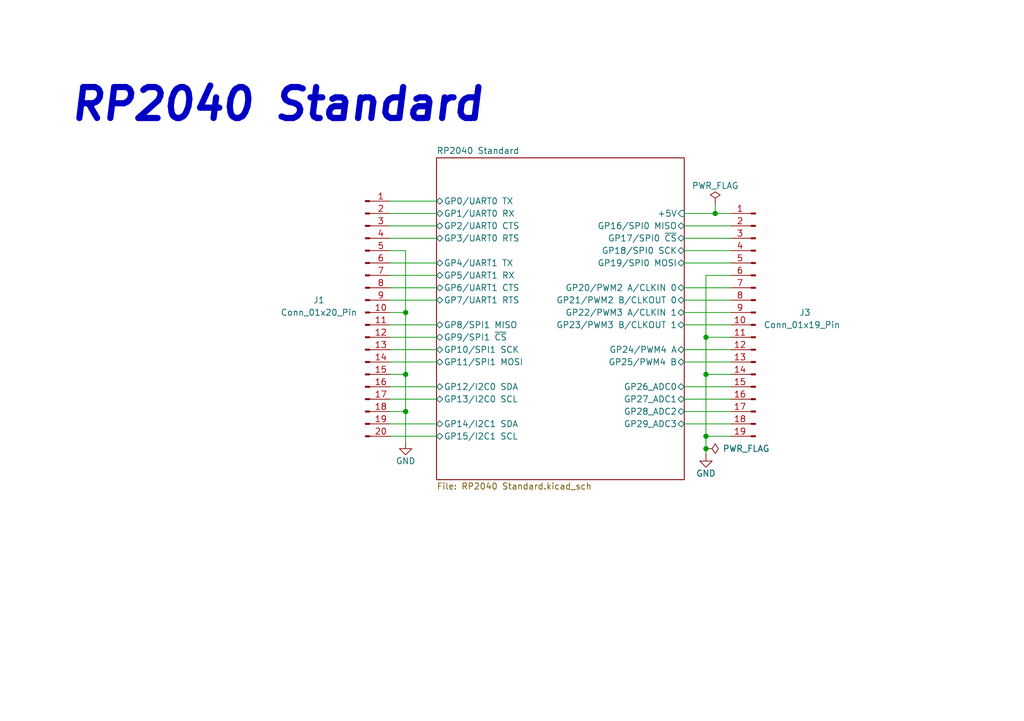
<source format=kicad_sch>
(kicad_sch (version 20231120) (generator "eeschema") (generator_version "8.0")
  (paper "A5")
  (title_block (title "RP2040 Standard Design") (date "2024-12-29") (rev "V2") (company "Porto Space Team") (comment 1 "Miguel Amorim"))
  (lib_symbols
    (symbol "Connector:Conn_01x19_Pin" (pin_names (offset 1.016) hide)
      (property "Reference" "J" (at 0 25.4 0))
      (property "Value" "Conn_01x19_Pin" (at 0 -25.4 0))
      (symbol "Conn_01x19_Pin_1_1"
        (polyline (pts (xy 1.27 -22.86) (xy 0.8636 -22.86)) (stroke (width 0.1524)))
        (polyline (pts (xy 1.27 -20.32) (xy 0.8636 -20.32)) (stroke (width 0.1524)))
        (polyline (pts (xy 1.27 -17.78) (xy 0.8636 -17.78)) (stroke (width 0.1524)))
        (polyline (pts (xy 1.27 -15.24) (xy 0.8636 -15.24)) (stroke (width 0.1524)))
        (polyline (pts (xy 1.27 -12.7) (xy 0.8636 -12.7)) (stroke (width 0.1524)))
        (polyline (pts (xy 1.27 -10.16) (xy 0.8636 -10.16)) (stroke (width 0.1524)))
        (polyline (pts (xy 1.27 -7.62) (xy 0.8636 -7.62)) (stroke (width 0.1524)))
        (polyline (pts (xy 1.27 -5.08) (xy 0.8636 -5.08)) (stroke (width 0.1524)))
        (polyline (pts (xy 1.27 -2.54) (xy 0.8636 -2.54)) (stroke (width 0.1524)))
        (polyline (pts (xy 1.27 0) (xy 0.8636 0)) (stroke (width 0.1524)))
        (polyline (pts (xy 1.27 2.54) (xy 0.8636 2.54)) (stroke (width 0.1524)))
        (polyline (pts (xy 1.27 5.08) (xy 0.8636 5.08)) (stroke (width 0.1524)))
        (polyline (pts (xy 1.27 7.62) (xy 0.8636 7.62)) (stroke (width 0.1524)))
        (polyline (pts (xy 1.27 10.16) (xy 0.8636 10.16)) (stroke (width 0.1524)))
        (polyline (pts (xy 1.27 12.7) (xy 0.8636 12.7)) (stroke (width 0.1524)))
        (polyline (pts (xy 1.27 15.24) (xy 0.8636 15.24)) (stroke (width 0.1524)))
        (polyline (pts (xy 1.27 17.78) (xy 0.8636 17.78)) (stroke (width 0.1524)))
        (polyline (pts (xy 1.27 20.32) (xy 0.8636 20.32)) (stroke (width 0.1524)))
        (polyline (pts (xy 1.27 22.86) (xy 0.8636 22.86)) (stroke (width 0.1524)))
        (rectangle (start 0.8636 -22.733) (end 0 -22.987) (stroke (width 0.1524)) (fill (type outline)))
        (rectangle (start 0.8636 -20.193) (end 0 -20.447) (stroke (width 0.1524)) (fill (type outline)))
        (rectangle (start 0.8636 -17.653) (end 0 -17.907) (stroke (width 0.1524)) (fill (type outline)))
        (rectangle (start 0.8636 -15.113) (end 0 -15.367) (stroke (width 0.1524)) (fill (type outline)))
        (rectangle (start 0.8636 -12.573) (end 0 -12.827) (stroke (width 0.1524)) (fill (type outline)))
        (rectangle (start 0.8636 -10.033) (end 0 -10.287) (stroke (width 0.1524)) (fill (type outline)))
        (rectangle (start 0.8636 -7.493) (end 0 -7.747) (stroke (width 0.1524)) (fill (type outline)))
        (rectangle (start 0.8636 -4.953) (end 0 -5.207) (stroke (width 0.1524)) (fill (type outline)))
        (rectangle (start 0.8636 -2.413) (end 0 -2.667) (stroke (width 0.1524)) (fill (type outline)))
        (rectangle (start 0.8636 0.127) (end 0 -0.127) (stroke (width 0.1524)) (fill (type outline)))
        (rectangle (start 0.8636 2.667) (end 0 2.413) (stroke (width 0.1524)) (fill (type outline)))
        (rectangle (start 0.8636 5.207) (end 0 4.953) (stroke (width 0.1524)) (fill (type outline)))
        (rectangle (start 0.8636 7.747) (end 0 7.493) (stroke (width 0.1524)) (fill (type outline)))
        (rectangle (start 0.8636 10.287) (end 0 10.033) (stroke (width 0.1524)) (fill (type outline)))
        (rectangle (start 0.8636 12.827) (end 0 12.573) (stroke (width 0.1524)) (fill (type outline)))
        (rectangle (start 0.8636 15.367) (end 0 15.113) (stroke (width 0.1524)) (fill (type outline)))
        (rectangle (start 0.8636 17.907) (end 0 17.653) (stroke (width 0.1524)) (fill (type outline)))
        (rectangle (start 0.8636 20.447) (end 0 20.193) (stroke (width 0.1524)) (fill (type outline)))
        (rectangle (start 0.8636 22.987) (end 0 22.733) (stroke (width 0.1524)) (fill (type outline)))
        (pin passive line (at 5.08 22.86 180) (length 3.81) (name "Pin_1") (number "1"))
        (pin passive line (at 5.08 0 180) (length 3.81) (name "Pin_10") (number "10"))
        (pin passive line (at 5.08 -2.54 180) (length 3.81) (name "Pin_11") (number "11"))
        (pin passive line (at 5.08 -5.08 180) (length 3.81) (name "Pin_12") (number "12"))
        (pin passive line (at 5.08 -7.62 180) (length 3.81) (name "Pin_13") (number "13"))
        (pin passive line (at 5.08 -10.16 180) (length 3.81) (name "Pin_14") (number "14"))
        (pin passive line (at 5.08 -12.7 180) (length 3.81) (name "Pin_15") (number "15"))
        (pin passive line (at 5.08 -15.24 180) (length 3.81) (name "Pin_16") (number "16"))
        (pin passive line (at 5.08 -17.78 180) (length 3.81) (name "Pin_17") (number "17"))
        (pin passive line (at 5.08 -20.32 180) (length 3.81) (name "Pin_18") (number "18"))
        (pin passive line (at 5.08 -22.86 180) (length 3.81) (name "Pin_19") (number "19"))
        (pin passive line (at 5.08 20.32 180) (length 3.81) (name "Pin_2") (number "2"))
        (pin passive line (at 5.08 17.78 180) (length 3.81) (name "Pin_3") (number "3"))
        (pin passive line (at 5.08 15.24 180) (length 3.81) (name "Pin_4") (number "4"))
        (pin passive line (at 5.08 12.7 180) (length 3.81) (name "Pin_5") (number "5"))
        (pin passive line (at 5.08 10.16 180) (length 3.81) (name "Pin_6") (number "6"))
        (pin passive line (at 5.08 7.62 180) (length 3.81) (name "Pin_7") (number "7"))
        (pin passive line (at 5.08 5.08 180) (length 3.81) (name "Pin_8") (number "8"))
        (pin passive line (at 5.08 2.54 180) (length 3.81) (name "Pin_9") (number "9"))
      )
    )
    (symbol "Connector:Conn_01x20_Pin" (pin_names (offset 1.016) hide)
      (property "Reference" "J" (at 0 25.4 0))
      (property "Value" "Conn_01x20_Pin" (at 0 -27.94 0))
      (symbol "Conn_01x20_Pin_1_1"
        (polyline (pts (xy 1.27 -25.4) (xy 0.8636 -25.4)) (stroke (width 0.1524)))
        (polyline (pts (xy 1.27 -22.86) (xy 0.8636 -22.86)) (stroke (width 0.1524)))
        (polyline (pts (xy 1.27 -20.32) (xy 0.8636 -20.32)) (stroke (width 0.1524)))
        (polyline (pts (xy 1.27 -17.78) (xy 0.8636 -17.78)) (stroke (width 0.1524)))
        (polyline (pts (xy 1.27 -15.24) (xy 0.8636 -15.24)) (stroke (width 0.1524)))
        (polyline (pts (xy 1.27 -12.7) (xy 0.8636 -12.7)) (stroke (width 0.1524)))
        (polyline (pts (xy 1.27 -10.16) (xy 0.8636 -10.16)) (stroke (width 0.1524)))
        (polyline (pts (xy 1.27 -7.62) (xy 0.8636 -7.62)) (stroke (width 0.1524)))
        (polyline (pts (xy 1.27 -5.08) (xy 0.8636 -5.08)) (stroke (width 0.1524)))
        (polyline (pts (xy 1.27 -2.54) (xy 0.8636 -2.54)) (stroke (width 0.1524)))
        (polyline (pts (xy 1.27 0) (xy 0.8636 0)) (stroke (width 0.1524)))
        (polyline (pts (xy 1.27 2.54) (xy 0.8636 2.54)) (stroke (width 0.1524)))
        (polyline (pts (xy 1.27 5.08) (xy 0.8636 5.08)) (stroke (width 0.1524)))
        (polyline (pts (xy 1.27 7.62) (xy 0.8636 7.62)) (stroke (width 0.1524)))
        (polyline (pts (xy 1.27 10.16) (xy 0.8636 10.16)) (stroke (width 0.1524)))
        (polyline (pts (xy 1.27 12.7) (xy 0.8636 12.7)) (stroke (width 0.1524)))
        (polyline (pts (xy 1.27 15.24) (xy 0.8636 15.24)) (stroke (width 0.1524)))
        (polyline (pts (xy 1.27 17.78) (xy 0.8636 17.78)) (stroke (width 0.1524)))
        (polyline (pts (xy 1.27 20.32) (xy 0.8636 20.32)) (stroke (width 0.1524)))
        (polyline (pts (xy 1.27 22.86) (xy 0.8636 22.86)) (stroke (width 0.1524)))
        (rectangle (start 0.8636 -25.273) (end 0 -25.527) (stroke (width 0.1524)) (fill (type outline)))
        (rectangle (start 0.8636 -22.733) (end 0 -22.987) (stroke (width 0.1524)) (fill (type outline)))
        (rectangle (start 0.8636 -20.193) (end 0 -20.447) (stroke (width 0.1524)) (fill (type outline)))
        (rectangle (start 0.8636 -17.653) (end 0 -17.907) (stroke (width 0.1524)) (fill (type outline)))
        (rectangle (start 0.8636 -15.113) (end 0 -15.367) (stroke (width 0.1524)) (fill (type outline)))
        (rectangle (start 0.8636 -12.573) (end 0 -12.827) (stroke (width 0.1524)) (fill (type outline)))
        (rectangle (start 0.8636 -10.033) (end 0 -10.287) (stroke (width 0.1524)) (fill (type outline)))
        (rectangle (start 0.8636 -7.493) (end 0 -7.747) (stroke (width 0.1524)) (fill (type outline)))
        (rectangle (start 0.8636 -4.953) (end 0 -5.207) (stroke (width 0.1524)) (fill (type outline)))
        (rectangle (start 0.8636 -2.413) (end 0 -2.667) (stroke (width 0.1524)) (fill (type outline)))
        (rectangle (start 0.8636 0.127) (end 0 -0.127) (stroke (width 0.1524)) (fill (type outline)))
        (rectangle (start 0.8636 2.667) (end 0 2.413) (stroke (width 0.1524)) (fill (type outline)))
        (rectangle (start 0.8636 5.207) (end 0 4.953) (stroke (width 0.1524)) (fill (type outline)))
        (rectangle (start 0.8636 7.747) (end 0 7.493) (stroke (width 0.1524)) (fill (type outline)))
        (rectangle (start 0.8636 10.287) (end 0 10.033) (stroke (width 0.1524)) (fill (type outline)))
        (rectangle (start 0.8636 12.827) (end 0 12.573) (stroke (width 0.1524)) (fill (type outline)))
        (rectangle (start 0.8636 15.367) (end 0 15.113) (stroke (width 0.1524)) (fill (type outline)))
        (rectangle (start 0.8636 17.907) (end 0 17.653) (stroke (width 0.1524)) (fill (type outline)))
        (rectangle (start 0.8636 20.447) (end 0 20.193) (stroke (width 0.1524)) (fill (type outline)))
        (rectangle (start 0.8636 22.987) (end 0 22.733) (stroke (width 0.1524)) (fill (type outline)))
        (pin passive line (at 5.08 22.86 180) (length 3.81) (name "Pin_1") (number "1"))
        (pin passive line (at 5.08 0 180) (length 3.81) (name "Pin_10") (number "10"))
        (pin passive line (at 5.08 -2.54 180) (length 3.81) (name "Pin_11") (number "11"))
        (pin passive line (at 5.08 -5.08 180) (length 3.81) (name "Pin_12") (number "12"))
        (pin passive line (at 5.08 -7.62 180) (length 3.81) (name "Pin_13") (number "13"))
        (pin passive line (at 5.08 -10.16 180) (length 3.81) (name "Pin_14") (number "14"))
        (pin passive line (at 5.08 -12.7 180) (length 3.81) (name "Pin_15") (number "15"))
        (pin passive line (at 5.08 -15.24 180) (length 3.81) (name "Pin_16") (number "16"))
        (pin passive line (at 5.08 -17.78 180) (length 3.81) (name "Pin_17") (number "17"))
        (pin passive line (at 5.08 -20.32 180) (length 3.81) (name "Pin_18") (number "18"))
        (pin passive line (at 5.08 -22.86 180) (length 3.81) (name "Pin_19") (number "19"))
        (pin passive line (at 5.08 20.32 180) (length 3.81) (name "Pin_2") (number "2"))
        (pin passive line (at 5.08 -25.4 180) (length 3.81) (name "Pin_20") (number "20"))
        (pin passive line (at 5.08 17.78 180) (length 3.81) (name "Pin_3") (number "3"))
        (pin passive line (at 5.08 15.24 180) (length 3.81) (name "Pin_4") (number "4"))
        (pin passive line (at 5.08 12.7 180) (length 3.81) (name "Pin_5") (number "5"))
        (pin passive line (at 5.08 10.16 180) (length 3.81) (name "Pin_6") (number "6"))
        (pin passive line (at 5.08 7.62 180) (length 3.81) (name "Pin_7") (number "7"))
        (pin passive line (at 5.08 5.08 180) (length 3.81) (name "Pin_8") (number "8"))
        (pin passive line (at 5.08 2.54 180) (length 3.81) (name "Pin_9") (number "9"))
      )
    )
    (symbol "power:GND" (power) (pin_numbers hide) (pin_names (offset 0) hide)
      (property "Value" "GND" (at 0 -3.81 0))
      (symbol "GND_0_1"
        (polyline (pts (xy 0 0) (xy 0 -1.27) (xy 1.27 -1.27) (xy 0 -2.54) (xy -1.27 -1.27) (xy 0 -1.27)))
      )
      (symbol "GND_1_1"
        (pin power_in line (at 0 0 270) (length 0) (name "~") (number "1"))
      )
    )
    (symbol "power:PWR_FLAG" (power) (pin_numbers hide) (pin_names (offset 0) hide)
      (property "Value" "PWR_FLAG" (at 0 3.81 0))
      (symbol "PWR_FLAG_0_0"
        (pin power_out line (at 0 0 90) (length 0) (name "~") (number "1"))
      )
      (symbol "PWR_FLAG_0_1"
        (polyline (pts (xy 0 0) (xy 0 1.27) (xy -1.016 1.905) (xy 0 2.54) (xy 1.016 1.905) (xy 0 1.27)))
      )
    )
  )
  (junction (at 144.78 89.535))
  (junction (at 144.78 92.075))
  (junction (at 144.78 69.215))
  (junction (at 83.185 84.455))
  (junction (at 144.78 76.835))
  (junction (at 83.185 64.135))
  (junction (at 83.185 76.835))
  (junction (at 146.685 43.815))
  (wire (pts (xy 80.01 43.815) (xy 89.535 43.815)))
  (wire (pts (xy 80.01 53.975) (xy 89.535 53.975)))
  (wire (pts (xy 80.01 61.595) (xy 89.535 61.595)))
  (wire (pts (xy 80.01 51.435) (xy 83.185 51.435)))
  (wire (pts (xy 140.335 84.455) (xy 149.86 84.455)))
  (wire (pts (xy 140.335 59.055) (xy 149.86 59.055)))
  (wire (pts (xy 144.78 76.835) (xy 149.86 76.835)))
  (wire (pts (xy 140.335 53.975) (xy 149.86 53.975)))
  (wire (pts (xy 144.78 69.215) (xy 144.78 76.835)))
  (wire (pts (xy 80.01 81.915) (xy 89.535 81.915)))
  (wire (pts (xy 80.01 56.515) (xy 89.535 56.515)))
  (wire (pts (xy 80.01 79.375) (xy 89.535 79.375)))
  (wire (pts (xy 83.185 64.135) (xy 83.185 76.835)))
  (wire (pts (xy 140.335 74.295) (xy 149.86 74.295)))
  (wire (pts (xy 80.01 86.995) (xy 89.535 86.995)))
  (wire (pts (xy 80.01 48.895) (xy 89.535 48.895)))
  (wire (pts (xy 146.685 43.815) (xy 149.86 43.815)))
  (wire (pts (xy 149.86 56.515) (xy 144.78 56.515)))
  (wire (pts (xy 140.335 81.915) (xy 149.86 81.915)))
  (wire (pts (xy 140.335 51.435) (xy 149.86 51.435)))
  (wire (pts (xy 80.01 74.295) (xy 89.535 74.295)))
  (wire (pts (xy 80.01 59.055) (xy 89.535 59.055)))
  (wire (pts (xy 144.78 56.515) (xy 144.78 69.215)))
  (wire (pts (xy 83.185 51.435) (xy 83.185 64.135)))
  (wire (pts (xy 80.01 71.755) (xy 89.535 71.755)))
  (wire (pts (xy 80.01 41.275) (xy 89.535 41.275)))
  (wire (pts (xy 140.335 43.815) (xy 146.685 43.815)))
  (wire (pts (xy 144.78 89.535) (xy 144.78 92.075)))
  (wire (pts (xy 80.01 66.675) (xy 89.535 66.675)))
  (wire (pts (xy 140.335 64.135) (xy 149.86 64.135)))
  (wire (pts (xy 80.01 84.455) (xy 83.185 84.455)))
  (wire (pts (xy 83.185 84.455) (xy 83.185 90.805)))
  (wire (pts (xy 80.01 64.135) (xy 83.185 64.135)))
  (wire (pts (xy 140.335 86.995) (xy 149.86 86.995)))
  (wire (pts (xy 140.335 66.675) (xy 149.86 66.675)))
  (wire (pts (xy 80.01 89.535) (xy 89.535 89.535)))
  (wire (pts (xy 144.78 92.075) (xy 144.78 93.345)))
  (wire (pts (xy 83.185 76.835) (xy 83.185 84.455)))
  (wire (pts (xy 140.335 61.595) (xy 149.86 61.595)))
  (wire (pts (xy 144.78 76.835) (xy 144.78 89.535)))
  (wire (pts (xy 140.335 48.895) (xy 149.86 48.895)))
  (wire (pts (xy 144.78 69.215) (xy 149.86 69.215)))
  (wire (pts (xy 80.01 46.355) (xy 89.535 46.355)))
  (wire (pts (xy 140.335 79.375) (xy 149.86 79.375)))
  (wire (pts (xy 146.685 41.91) (xy 146.685 43.815)))
  (wire (pts (xy 80.01 69.215) (xy 89.535 69.215)))
  (wire (pts (xy 80.01 76.835) (xy 83.185 76.835)))
  (wire (pts (xy 144.78 89.535) (xy 149.86 89.535)))
  (wire (pts (xy 140.335 71.755) (xy 149.86 71.755)))
  (wire (pts (xy 140.335 46.355) (xy 149.86 46.355)))
  (text "RP2040 Standard\n" (at 13.97 21.59 0) (effects (font (size 6.35 6.35) (thickness 1.27) (bold yes) (italic yes)) (justify left)))
  (symbol (lib_id "power:PWR_FLAG") (at 146.685 41.91 0) (unit 1)
    (property "Reference" "#FLG01" (effects (hide yes)))
    (property "Value" "PWR_FLAG" (at 146.685 38.1 0))
    (property "Description" "Special symbol for telling ERC where power comes from" (effects (hide yes)))
  )
  (symbol (lib_id "Connector:Conn_01x19_Pin") (at 154.94 66.675 0) (mirror y) (unit 1)
    (property "Reference" "J3" (at 165.1 64.135 0))
    (property "Value" "Conn_01x19_Pin" (at 164.465 66.675 0))
    (property "Description" "Generic connector, single row, 01x19, script generated" (effects (hide yes)))
  )
  (symbol (lib_id "power:GND") (at 144.78 93.345 0) (unit 1)
    (property "Reference" "#PWR01" (effects (hide yes)))
    (property "Value" "GND" (at 144.78 97.155 0))
    (property "Description" "Power symbol creates a global label with name \"GND\" , ground" (effects (hide yes)))
  )
  (symbol (lib_id "Connector:Conn_01x20_Pin") (at 74.93 64.135 0) (unit 1)
    (property "Reference" "J1" (at 65.405 61.595 0))
    (property "Value" "Conn_01x20_Pin" (at 65.405 64.135 0))
    (property "Description" "Generic connector, single row, 01x20, script generated" (effects (hide yes)))
  )
  (symbol (lib_id "power:GND") (at 83.185 90.805 0) (unit 1)
    (property "Reference" "#PWR03" (effects (hide yes)))
    (property "Value" "GND" (at 83.185 94.615 0))
    (property "Description" "Power symbol creates a global label with name \"GND\" , ground" (effects (hide yes)))
  )
  (symbol (lib_id "power:PWR_FLAG") (at 144.78 92.075 270) (unit 1)
    (property "Reference" "#FLG02" (effects (hide yes)))
    (property "Value" "PWR_FLAG" (at 153.035 92.075 90))
    (property "Description" "Special symbol for telling ERC where power comes from" (effects (hide yes)))
  )
  (sheet (at 89.535 32.385) (size 50.8 66.04) (stroke (width 0.1524))
    (property "Sheetname" "RP2040 Standard" (at 89.535 31.6734 0) (effects (justify left bottom)))
    (property "Sheetfile" "RP2040 Standard.kicad_sch" (at 89.535 99.06 0) (effects (justify left top)))
    (pin "GP21{slash}PWM2 B{slash}CLKOUT 0" bidirectional (at 140.335 61.595 0))
    (pin "GP20{slash}PWM2 A{slash}CLKIN 0" bidirectional (at 140.335 59.055 0))
    (pin "GP25{slash}PWM4 B" bidirectional (at 140.335 74.295 0))
    (pin "GP24{slash}PWM4 A" bidirectional (at 140.335 71.755 0))
    (pin "GP22{slash}PWM3 A{slash}CLKIN 1" bidirectional (at 140.335 64.135 0))
    (pin "GP23{slash}PWM3 B{slash}CLKOUT 1" bidirectional (at 140.335 66.675 0))
    (pin "GP29_ADC3" bidirectional (at 140.335 86.995 0))
    (pin "GP27_ADC1" bidirectional (at 140.335 81.915 0))
    (pin "GP28_ADC2" bidirectional (at 140.335 84.455 0))
    (pin "GP26_ADC0" bidirectional (at 140.335 79.375 0))
    (pin "GP15{slash}I2C1 SCL" bidirectional (at 89.535 89.535 180))
    (pin "GP19{slash}SPI0 MOSI" bidirectional (at 140.335 53.975 0))
    (pin "GP18{slash}SPI0 SCK" bidirectional (at 140.335 51.435 0))
    (pin "GP17{slash}SPI0 ~{CS}" bidirectional (at 140.335 48.895 0))
    (pin "GP3{slash}UART0 RTS" bidirectional (at 89.535 48.895 180))
    (pin "GP1{slash}UART0 RX" bidirectional (at 89.535 43.815 180))
    (pin "GP5{slash}UART1 RX" bidirectional (at 89.535 56.515 180))
    (pin "GP2{slash}UART0 CTS" bidirectional (at 89.535 46.355 180))
    (pin "GP6{slash}UART1 CTS" bidirectional (at 89.535 59.055 180))
    (pin "GP7{slash}UART1 RTS" bidirectional (at 89.535 61.595 180))
    (pin "GP8{slash}SPI1 MISO" bidirectional (at 89.535 66.675 180))
    (pin "GP12{slash}I2C0 SDA" bidirectional (at 89.535 79.375 180))
    (pin "GP11{slash}SPI1 MOSI" bidirectional (at 89.535 74.295 180))
    (pin "GP14{slash}I2C1 SDA" bidirectional (at 89.535 86.995 180))
    (pin "GP13{slash}I2C0 SCL" bidirectional (at 89.535 81.915 180))
    (pin "GP9{slash}SPI1 ~{CS}" bidirectional (at 89.535 69.215 180))
    (pin "GP10{slash}SPI1 SCK" bidirectional (at 89.535 71.755 180))
    (pin "GP16{slash}SPI0 MISO" bidirectional (at 140.335 46.355 0))
    (pin "GP4{slash}UART1 TX" bidirectional (at 89.535 53.975 180))
    (pin "GP0{slash}UART0 TX" bidirectional (at 89.535 41.275 180))
    (pin "+5V" input (at 140.335 43.815 0))
  )
)
</source>
